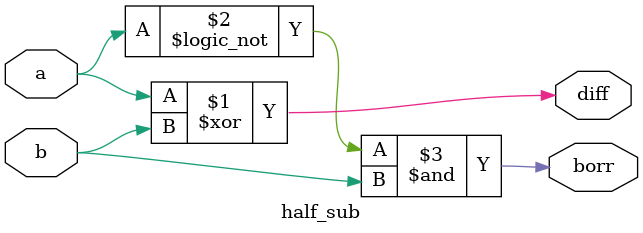
<source format=v>
module half_sub(input a, b,
    output diff, borr);
    //assign {borr, diff}=(a-b);
    assign diff=a^b, borr=!a&b;
endmodule
</source>
